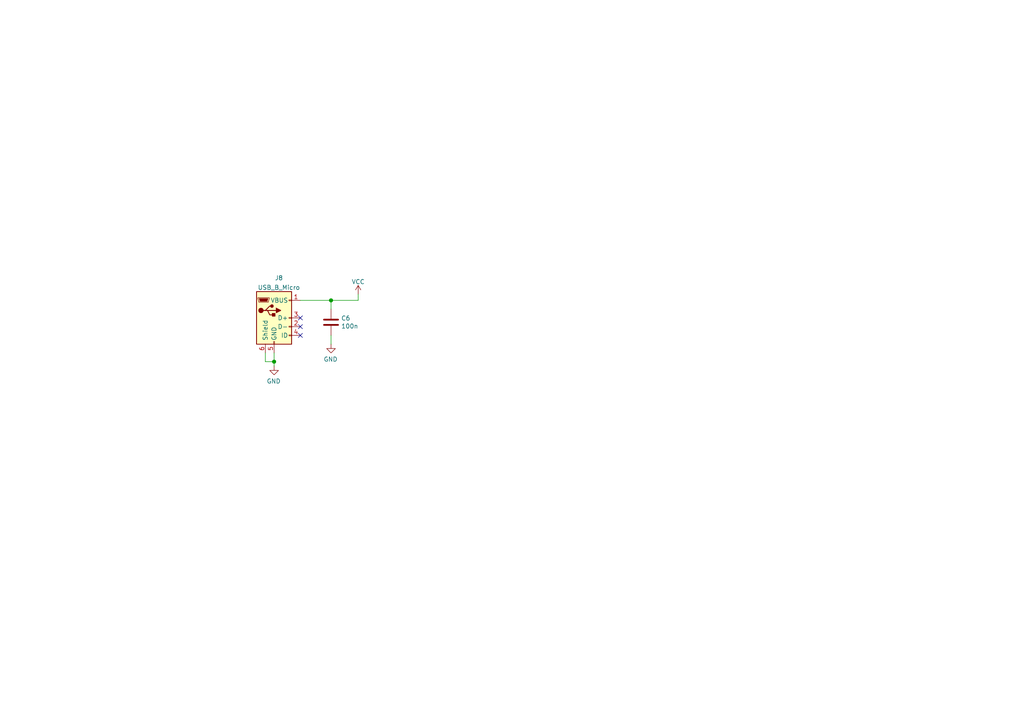
<source format=kicad_sch>
(kicad_sch (version 20210621) (generator eeschema)
  (paper "A4")
  (lib_symbols
    (symbol "Connector:USB_B_Micro" (pin_names (offset 1.016))
      (property "Reference" "J" (at -5.08 11.43 0))
      (property "Value" "USB_B_Micro" (at -5.08 8.89 0))
      (symbol "USB_B_Micro_0_1"
        (circle (center -3.81 2.159) (radius 0.635) (stroke (width 0.254)) (fill (type outline)))
        (circle (center -0.635 3.429) (radius 0.381) (stroke (width 0.254)) (fill (type outline)))
        (rectangle (start -0.127 -7.62) (end 0.127 -6.858))
        (rectangle (start 5.08 -5.207) (end 4.318 -4.953))
        (rectangle (start 5.08 -2.667) (end 4.318 -2.413))
        (rectangle (start 5.08 -0.127) (end 4.318 0.127))
        (rectangle (start 5.08 4.953) (end 4.318 5.207))
        (rectangle (start 0.254 1.27) (end -0.508 0.508) (stroke (width 0.254)) (fill (type outline)))
        (rectangle (start -5.08 -7.62) (end 5.08 7.62) (stroke (width 0.254)) (fill (type background)))
        (polyline (pts (xy -1.905 2.159) (xy 0.635 2.159)) (stroke (width 0.254)))
        (polyline (pts (xy -3.175 2.159) (xy -2.54 2.159) (xy -1.27 3.429) (xy -0.635 3.429)) (stroke (width 0.254)))
        (polyline (pts (xy -2.54 2.159) (xy -1.905 2.159) (xy -1.27 0.889) (xy 0 0.889)) (stroke (width 0.254)))
        (polyline (pts (xy -4.699 5.842) (xy -4.699 5.588) (xy -4.445 4.826) (xy -4.445 4.572) (xy -1.651 4.572) (xy -1.651 4.826) (xy -1.397 5.588) (xy -1.397 5.842) (xy -4.699 5.842)))
        (polyline (pts (xy 0.635 2.794) (xy 0.635 1.524) (xy 1.905 2.159) (xy 0.635 2.794)) (stroke (width 0.254)) (fill (type outline)))
        (polyline (pts (xy -4.318 5.588) (xy -1.778 5.588) (xy -2.032 4.826) (xy -4.064 4.826) (xy -4.318 5.588)) (fill (type outline)))
      )
      (symbol "USB_B_Micro_1_1"
        (pin power_out line (at 7.62 5.08 180) (length 2.54) (name "VBUS") (number "1"))
        (pin bidirectional line (at 7.62 -2.54 180) (length 2.54) (name "D-") (number "2"))
        (pin bidirectional line (at 7.62 0 180) (length 2.54) (name "D+") (number "3"))
        (pin passive line (at 7.62 -5.08 180) (length 2.54) (name "ID") (number "4"))
        (pin power_out line (at 0 -10.16 90) (length 2.54) (name "GND") (number "5"))
        (pin passive line (at -2.54 -10.16 90) (length 2.54) (name "Shield") (number "6"))
      )
    )
    (symbol "Device:C" (pin_numbers hide) (pin_names (offset 0.254))
      (property "Reference" "C" (at 0.635 2.54 0))
      (property "Value" "C" (at 0.635 -2.54 0))
      (symbol "C_0_1"
        (polyline (pts (xy -2.032 -0.762) (xy 2.032 -0.762)) (stroke (width 0.508)))
        (polyline (pts (xy -2.032 0.762) (xy 2.032 0.762)) (stroke (width 0.508)))
      )
      (symbol "C_1_1"
        (pin passive line (at 0 3.81 270) (length 2.794) (name "~") (number "1"))
        (pin passive line (at 0 -3.81 90) (length 2.794) (name "~") (number "2"))
      )
    )
    (symbol "power:GND" (power) (pin_names (offset 0))
      (property "Value" "GND" (at 0 -3.81 0))
      (symbol "GND_0_1"
        (polyline (pts (xy 0 0) (xy 0 -1.27) (xy 1.27 -1.27) (xy 0 -2.54) (xy -1.27 -1.27) (xy 0 -1.27)))
      )
      (symbol "GND_1_1"
        (pin power_in line (at 0 0 270) (length 0) hide (name "GND") (number "1"))
      )
    )
    (symbol "power:VCC" (power) (pin_names (offset 0))
      (property "Value" "VCC" (at 0 3.81 0))
      (symbol "VCC_0_1"
        (polyline (pts (xy -0.762 1.27) (xy 0 2.54)))
        (polyline (pts (xy 0 0) (xy 0 2.54)))
        (polyline (pts (xy 0 2.54) (xy 0.762 1.27)))
      )
      (symbol "VCC_1_1"
        (pin power_in line (at 0 0 90) (length 0) hide (name "VCC") (number "1"))
      )
    )
  )
  (junction (at 79.502 104.902) (diameter 1.016))
  (junction (at 96.012 87.122) (diameter 1.016))
  (no_connect (at 87.122 92.202))
  (no_connect (at 87.122 94.742))
  (no_connect (at 87.122 97.282))
  (wire (pts (xy 76.962 102.362) (xy 76.962 104.902)))
  (wire (pts (xy 76.962 104.902) (xy 79.502 104.902)))
  (wire (pts (xy 79.502 102.362) (xy 79.502 104.902)))
  (wire (pts (xy 79.502 104.902) (xy 79.502 106.172)))
  (wire (pts (xy 87.122 87.122) (xy 96.012 87.122)))
  (wire (pts (xy 96.012 87.122) (xy 103.886 87.122)))
  (wire (pts (xy 96.012 89.662) (xy 96.012 87.122)))
  (wire (pts (xy 96.012 97.282) (xy 96.012 99.822)))
  (wire (pts (xy 103.886 85.344) (xy 103.886 87.122)))
  (symbol (lib_id "power:VCC") (at 103.886 85.344 0) (unit 1)
    (property "Reference" "#PWR0101" (effects hide))
    (property "Value" "VCC" (at 103.886 81.7394 0))
  )
  (symbol (lib_id "power:GND") (at 79.502 106.172 0) (mirror y) (unit 1)
    (property "Reference" "#PWR02" (effects hide))
    (property "Value" "GND" (at 79.375 110.5662 0))
  )
  (symbol (lib_id "power:GND") (at 96.012 99.822 0) (mirror y) (unit 1)
    (property "Reference" "#PWR028" (effects hide))
    (property "Value" "GND" (at 95.885 104.2162 0))
  )
  (symbol (lib_id "Device:C") (at 96.012 93.472 0) (mirror y) (unit 1)
    (property "Reference" "C6" (at 98.933 92.3036 0) (effects (justify right)))
    (property "Value" "100n" (at 98.933 94.615 0) (effects (justify right)))
    (property "Footprint" "Capacitor_SMD:C_0805_2012Metric_Pad1.15x1.40mm_HandSolder" (effects hide))
  )
  (symbol (lib_id "Connector:USB_B_Micro") (at 79.502 92.202 0) (unit 1)
    (property "Reference" "J8" (at 80.899 80.6154 0))
    (property "Value" "USB_B_Micro" (at 80.899 83.3905 0))
    (property "Footprint" "Connector_USB:USB_Micro-B_Molex-105017-0001" (effects hide))
  )
)
</source>
